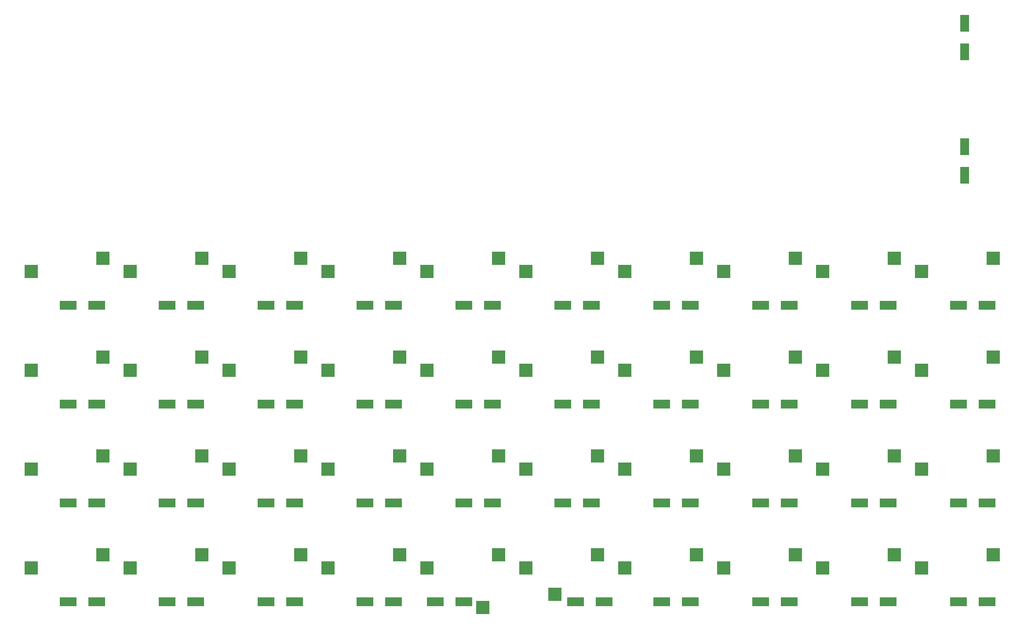
<source format=gbr>
%TF.GenerationSoftware,KiCad,Pcbnew,(6.0.4-0)*%
%TF.CreationDate,2022-09-25T09:44:29-05:00*%
%TF.ProjectId,mekko5X,6d656b6b-6f35-4582-9e6b-696361645f70,rev?*%
%TF.SameCoordinates,Original*%
%TF.FileFunction,Paste,Bot*%
%TF.FilePolarity,Positive*%
%FSLAX46Y46*%
G04 Gerber Fmt 4.6, Leading zero omitted, Abs format (unit mm)*
G04 Created by KiCad (PCBNEW (6.0.4-0)) date 2022-09-25 09:44:29*
%MOMM*%
%LPD*%
G01*
G04 APERTURE LIST*
%ADD10R,3.300000X1.700000*%
%ADD11R,1.700000X3.300000*%
%ADD12R,2.550000X2.500000*%
G04 APERTURE END LIST*
D10*
%TO.C,D42*%
X193306250Y-135731250D03*
X198806250Y-135731250D03*
%TD*%
%TO.C,D41*%
X174256250Y-135731250D03*
X179756250Y-135731250D03*
%TD*%
%TO.C,D40*%
X155206250Y-135731250D03*
X160706250Y-135731250D03*
%TD*%
%TO.C,D39*%
X136156250Y-135731250D03*
X141656250Y-135731250D03*
%TD*%
%TO.C,D38*%
X119487500Y-135731250D03*
X124987500Y-135731250D03*
%TD*%
%TO.C,D37*%
X92500000Y-135731250D03*
X98000000Y-135731250D03*
%TD*%
%TO.C,D36*%
X79006250Y-135731250D03*
X84506250Y-135731250D03*
%TD*%
%TO.C,D35*%
X59956250Y-135731250D03*
X65456250Y-135731250D03*
%TD*%
%TO.C,D34*%
X40906250Y-135731250D03*
X46406250Y-135731250D03*
%TD*%
%TO.C,D33*%
X21856250Y-135731250D03*
X27356250Y-135731250D03*
%TD*%
%TO.C,D32*%
X193306250Y-116681250D03*
X198806250Y-116681250D03*
%TD*%
%TO.C,D31*%
X174256250Y-116681250D03*
X179756250Y-116681250D03*
%TD*%
%TO.C,D30*%
X155206250Y-116681250D03*
X160706250Y-116681250D03*
%TD*%
%TO.C,D29*%
X136156250Y-116681250D03*
X141656250Y-116681250D03*
%TD*%
%TO.C,D28*%
X117106250Y-116681250D03*
X122606250Y-116681250D03*
%TD*%
%TO.C,D27*%
X98056250Y-116681250D03*
X103556250Y-116681250D03*
%TD*%
%TO.C,D26*%
X79006250Y-116681250D03*
X84506250Y-116681250D03*
%TD*%
%TO.C,D25*%
X59956250Y-116681250D03*
X65456250Y-116681250D03*
%TD*%
%TO.C,D24*%
X40906250Y-116681250D03*
X46406250Y-116681250D03*
%TD*%
%TO.C,D23*%
X21856250Y-116681250D03*
X27356250Y-116681250D03*
%TD*%
%TO.C,D22*%
X193306250Y-97631250D03*
X198806250Y-97631250D03*
%TD*%
%TO.C,D21*%
X174256250Y-97631250D03*
X179756250Y-97631250D03*
%TD*%
%TO.C,D20*%
X155206250Y-97631250D03*
X160706250Y-97631250D03*
%TD*%
%TO.C,D19*%
X136156250Y-97631250D03*
X141656250Y-97631250D03*
%TD*%
%TO.C,D18*%
X117106250Y-97631250D03*
X122606250Y-97631250D03*
%TD*%
%TO.C,D17*%
X98056250Y-97631250D03*
X103556250Y-97631250D03*
%TD*%
%TO.C,D16*%
X79006250Y-97631250D03*
X84506250Y-97631250D03*
%TD*%
%TO.C,D15*%
X59956250Y-97631250D03*
X65456250Y-97631250D03*
%TD*%
%TO.C,D14*%
X40906250Y-97631250D03*
X46406250Y-97631250D03*
%TD*%
%TO.C,D13*%
X21856250Y-97631250D03*
X27356250Y-97631250D03*
%TD*%
%TO.C,D12*%
X193306250Y-78581250D03*
X198806250Y-78581250D03*
%TD*%
%TO.C,D11*%
X174256250Y-78581250D03*
X179756250Y-78581250D03*
%TD*%
%TO.C,D10*%
X155206250Y-78581250D03*
X160706250Y-78581250D03*
%TD*%
%TO.C,D9*%
X136156250Y-78581250D03*
X141656250Y-78581250D03*
%TD*%
%TO.C,D8*%
X117106250Y-78581250D03*
X122606250Y-78581250D03*
%TD*%
%TO.C,D7*%
X98056250Y-78581250D03*
X103556250Y-78581250D03*
%TD*%
%TO.C,D6*%
X79006250Y-78581250D03*
X84506250Y-78581250D03*
%TD*%
%TO.C,D5*%
X59956250Y-78581250D03*
X65456250Y-78581250D03*
%TD*%
%TO.C,D4*%
X40906250Y-78581250D03*
X46406250Y-78581250D03*
%TD*%
%TO.C,D3*%
X21856250Y-78581250D03*
X27356250Y-78581250D03*
%TD*%
D11*
%TO.C,D2*%
X194468750Y-53550000D03*
X194468750Y-48050000D03*
%TD*%
%TO.C,D1*%
X194468750Y-29737500D03*
X194468750Y-24237500D03*
%TD*%
D12*
%TO.C,SW35*%
X66615000Y-126682500D03*
X52765000Y-129222500D03*
%TD*%
%TO.C,SW26*%
X85665000Y-107632500D03*
X71815000Y-110172500D03*
%TD*%
%TO.C,SW24*%
X47565000Y-107632500D03*
X33715000Y-110172500D03*
%TD*%
%TO.C,SW22*%
X199965000Y-88582500D03*
X186115000Y-91122500D03*
%TD*%
%TO.C,SW9*%
X142815000Y-69532500D03*
X128965000Y-72072500D03*
%TD*%
%TO.C,SW18*%
X123765000Y-88582500D03*
X109915000Y-91122500D03*
%TD*%
%TO.C,SW8*%
X123765000Y-69532500D03*
X109915000Y-72072500D03*
%TD*%
%TO.C,SW32*%
X199965000Y-107632500D03*
X186115000Y-110172500D03*
%TD*%
%TO.C,SW29*%
X142815000Y-107632500D03*
X128965000Y-110172500D03*
%TD*%
%TO.C,SW21*%
X180915000Y-88582500D03*
X167065000Y-91122500D03*
%TD*%
%TO.C,SW5*%
X66615000Y-69532500D03*
X52765000Y-72072500D03*
%TD*%
%TO.C,SW41*%
X180915000Y-126682500D03*
X167065000Y-129222500D03*
%TD*%
%TO.C,SW3*%
X28515000Y-69532500D03*
X14665000Y-72072500D03*
%TD*%
%TO.C,SW42*%
X199965000Y-126682500D03*
X186115000Y-129222500D03*
%TD*%
%TO.C,SW34*%
X47565000Y-126682500D03*
X33715000Y-129222500D03*
%TD*%
%TO.C,SW10*%
X161865000Y-69532500D03*
X148015000Y-72072500D03*
%TD*%
%TO.C,SW30*%
X161865000Y-107632500D03*
X148015000Y-110172500D03*
%TD*%
%TO.C,SW36*%
X85665000Y-126682500D03*
X71815000Y-129222500D03*
%TD*%
%TO.C,SW4*%
X47565000Y-69532500D03*
X33715000Y-72072500D03*
%TD*%
%TO.C,SW31*%
X180915000Y-107632500D03*
X167065000Y-110172500D03*
%TD*%
%TO.C,SW16*%
X85665000Y-88582500D03*
X71815000Y-91122500D03*
%TD*%
%TO.C,SW33*%
X28515000Y-126682500D03*
X14665000Y-129222500D03*
%TD*%
%TO.C,SW7*%
X104715000Y-69532500D03*
X90865000Y-72072500D03*
%TD*%
%TO.C,SW44*%
X101660000Y-136842500D03*
X115510000Y-134302500D03*
%TD*%
%TO.C,SW37*%
X104715000Y-126682500D03*
X90865000Y-129222500D03*
%TD*%
%TO.C,SW27*%
X104715000Y-107632500D03*
X90865000Y-110172500D03*
%TD*%
%TO.C,SW11*%
X180915000Y-69532500D03*
X167065000Y-72072500D03*
%TD*%
%TO.C,SW20*%
X161865000Y-88582500D03*
X148015000Y-91122500D03*
%TD*%
%TO.C,SW15*%
X66615000Y-88582500D03*
X52765000Y-91122500D03*
%TD*%
%TO.C,SW38*%
X123765000Y-126682500D03*
X109915000Y-129222500D03*
%TD*%
%TO.C,SW39*%
X142815000Y-126682500D03*
X128965000Y-129222500D03*
%TD*%
%TO.C,SW19*%
X142815000Y-88582500D03*
X128965000Y-91122500D03*
%TD*%
%TO.C,SW6*%
X85665000Y-69532500D03*
X71815000Y-72072500D03*
%TD*%
%TO.C,SW13*%
X28515000Y-88582500D03*
X14665000Y-91122500D03*
%TD*%
%TO.C,SW28*%
X123765000Y-107632500D03*
X109915000Y-110172500D03*
%TD*%
%TO.C,SW25*%
X66615000Y-107632500D03*
X52765000Y-110172500D03*
%TD*%
%TO.C,SW40*%
X161865000Y-126682500D03*
X148015000Y-129222500D03*
%TD*%
%TO.C,SW17*%
X104715000Y-88582500D03*
X90865000Y-91122500D03*
%TD*%
%TO.C,SW23*%
X28515000Y-107632500D03*
X14665000Y-110172500D03*
%TD*%
%TO.C,SW14*%
X47565000Y-88582500D03*
X33715000Y-91122500D03*
%TD*%
%TO.C,SW12*%
X199965000Y-69532500D03*
X186115000Y-72072500D03*
%TD*%
M02*

</source>
